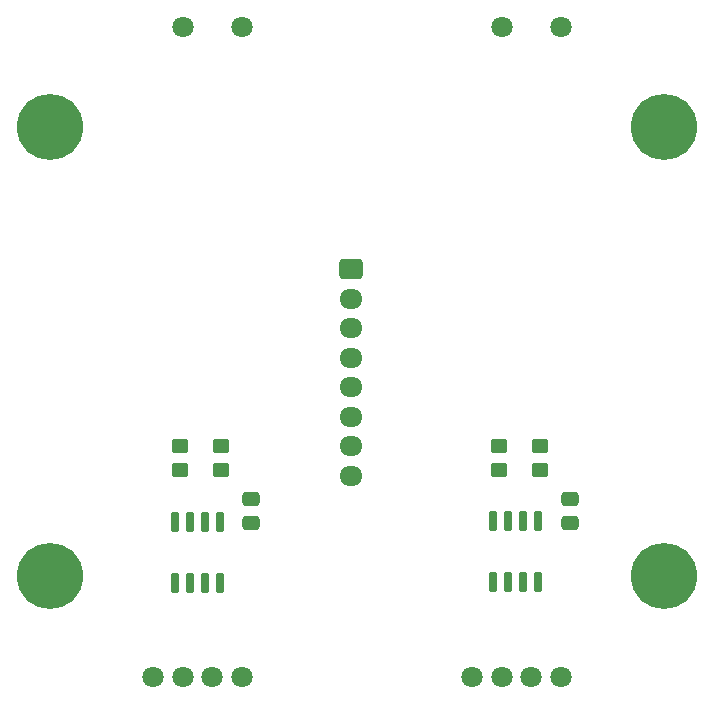
<source format=gbr>
%TF.GenerationSoftware,KiCad,Pcbnew,7.0.2-0*%
%TF.CreationDate,2024-10-30T20:33:58-04:00*%
%TF.ProjectId,2sliders,32736c69-6465-4727-932e-6b696361645f,rev?*%
%TF.SameCoordinates,Original*%
%TF.FileFunction,Soldermask,Bot*%
%TF.FilePolarity,Negative*%
%FSLAX46Y46*%
G04 Gerber Fmt 4.6, Leading zero omitted, Abs format (unit mm)*
G04 Created by KiCad (PCBNEW 7.0.2-0) date 2024-10-30 20:33:58*
%MOMM*%
%LPD*%
G01*
G04 APERTURE LIST*
G04 Aperture macros list*
%AMRoundRect*
0 Rectangle with rounded corners*
0 $1 Rounding radius*
0 $2 $3 $4 $5 $6 $7 $8 $9 X,Y pos of 4 corners*
0 Add a 4 corners polygon primitive as box body*
4,1,4,$2,$3,$4,$5,$6,$7,$8,$9,$2,$3,0*
0 Add four circle primitives for the rounded corners*
1,1,$1+$1,$2,$3*
1,1,$1+$1,$4,$5*
1,1,$1+$1,$6,$7*
1,1,$1+$1,$8,$9*
0 Add four rect primitives between the rounded corners*
20,1,$1+$1,$2,$3,$4,$5,0*
20,1,$1+$1,$4,$5,$6,$7,0*
20,1,$1+$1,$6,$7,$8,$9,0*
20,1,$1+$1,$8,$9,$2,$3,0*%
G04 Aperture macros list end*
%ADD10C,5.600000*%
%ADD11C,1.800000*%
%ADD12RoundRect,0.250000X0.450000X-0.350000X0.450000X0.350000X-0.450000X0.350000X-0.450000X-0.350000X0*%
%ADD13RoundRect,0.250000X0.475000X-0.337500X0.475000X0.337500X-0.475000X0.337500X-0.475000X-0.337500X0*%
%ADD14RoundRect,0.150000X0.150000X-0.725000X0.150000X0.725000X-0.150000X0.725000X-0.150000X-0.725000X0*%
%ADD15RoundRect,0.250000X-0.725000X0.600000X-0.725000X-0.600000X0.725000X-0.600000X0.725000X0.600000X0*%
%ADD16O,1.950000X1.700000*%
G04 APERTURE END LIST*
D10*
%TO.C,H4*%
X56500000Y11500000D03*
%TD*%
%TO.C,H2*%
X4500000Y11500000D03*
%TD*%
D11*
%TO.C,R1*%
X42750000Y3000000D03*
X40250000Y3000000D03*
X42750000Y58000000D03*
X47750000Y58000000D03*
X47750000Y3000000D03*
X45250000Y3000000D03*
%TD*%
D10*
%TO.C,H3*%
X56500000Y49500000D03*
%TD*%
D11*
%TO.C,R2*%
X15750000Y3000000D03*
X13250000Y3000000D03*
X15750000Y58000000D03*
X20750000Y58000000D03*
X20750000Y3000000D03*
X18250000Y3000000D03*
%TD*%
D10*
%TO.C,H1*%
X4500000Y49500000D03*
%TD*%
D12*
%TO.C,R6*%
X15500000Y20500000D03*
X15500000Y22500000D03*
%TD*%
%TO.C,R5*%
X42500000Y20500000D03*
X42500000Y22500000D03*
%TD*%
D13*
%TO.C,C2*%
X21500000Y15962500D03*
X21500000Y18037500D03*
%TD*%
D12*
%TO.C,R3*%
X46000000Y20500000D03*
X46000000Y22500000D03*
%TD*%
D14*
%TO.C,U2*%
X18905000Y10925000D03*
X17635000Y10925000D03*
X16365000Y10925000D03*
X15095000Y10925000D03*
X15095000Y16075000D03*
X16365000Y16075000D03*
X17635000Y16075000D03*
X18905000Y16075000D03*
%TD*%
D12*
%TO.C,R4*%
X19000000Y20500000D03*
X19000000Y22500000D03*
%TD*%
D15*
%TO.C,J2*%
X30000000Y37500000D03*
D16*
X30000000Y35000000D03*
X30000000Y32500000D03*
X30000000Y30000000D03*
X30000000Y27500000D03*
X30000000Y25000000D03*
X30000000Y22500000D03*
X30000000Y20000000D03*
%TD*%
D14*
%TO.C,U1*%
X45810000Y11000000D03*
X44540000Y11000000D03*
X43270000Y11000000D03*
X42000000Y11000000D03*
X42000000Y16150000D03*
X43270000Y16150000D03*
X44540000Y16150000D03*
X45810000Y16150000D03*
%TD*%
D13*
%TO.C,C1*%
X48500000Y15962500D03*
X48500000Y18037500D03*
%TD*%
M02*

</source>
